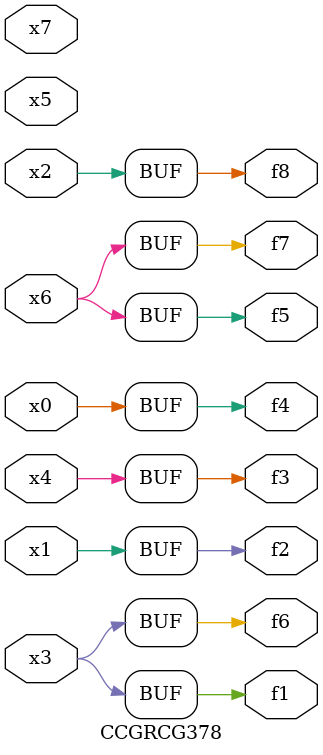
<source format=v>
module CCGRCG378(
	input x0, x1, x2, x3, x4, x5, x6, x7,
	output f1, f2, f3, f4, f5, f6, f7, f8
);
	assign f1 = x3;
	assign f2 = x1;
	assign f3 = x4;
	assign f4 = x0;
	assign f5 = x6;
	assign f6 = x3;
	assign f7 = x6;
	assign f8 = x2;
endmodule

</source>
